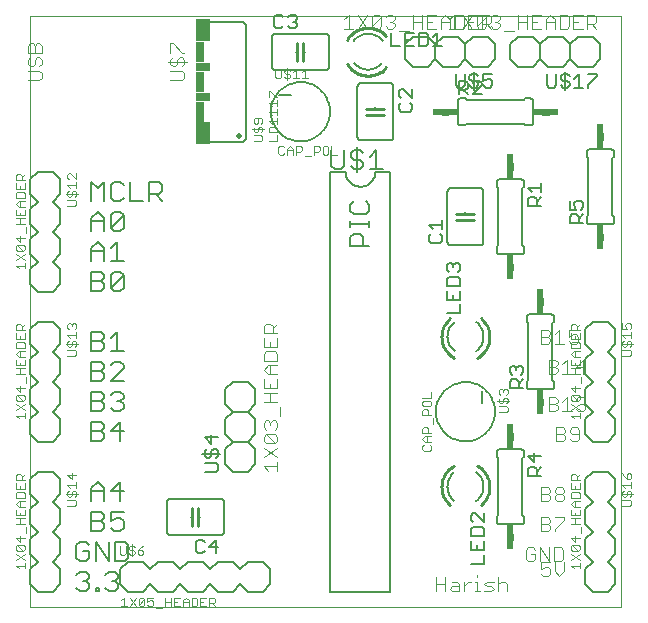
<source format=gto>
G75*
G70*
%OFA0B0*%
%FSLAX24Y24*%
%IPPOS*%
%LPD*%
%AMOC8*
5,1,8,0,0,1.08239X$1,22.5*
%
%ADD10C,0.0000*%
%ADD11C,0.0060*%
%ADD12C,0.0040*%
%ADD13C,0.0070*%
%ADD14C,0.0100*%
%ADD15C,0.0050*%
%ADD16C,0.0080*%
%ADD17C,0.0030*%
%ADD18R,0.0240X0.0340*%
%ADD19C,0.0240*%
%ADD20C,0.0200*%
%ADD21R,0.0500X0.0750*%
%ADD22R,0.0300X0.0700*%
%ADD23R,0.0500X0.0300*%
%ADD24R,0.0340X0.0240*%
D10*
X000816Y000312D02*
X000816Y019997D01*
X020501Y019997D01*
X020501Y000312D01*
X000816Y000312D01*
D11*
X002346Y000949D02*
X002453Y000842D01*
X002667Y000842D01*
X002773Y000949D01*
X002773Y001056D01*
X002667Y001163D01*
X002560Y001163D01*
X002667Y001163D02*
X002773Y001269D01*
X002773Y001376D01*
X002667Y001483D01*
X002453Y001483D01*
X002346Y001376D01*
X002453Y001842D02*
X002667Y001842D01*
X002773Y001949D01*
X002773Y002163D01*
X002560Y002163D01*
X002773Y002376D02*
X002667Y002483D01*
X002453Y002483D01*
X002346Y002376D01*
X002346Y001949D01*
X002453Y001842D01*
X002991Y001842D02*
X002991Y002483D01*
X003418Y001842D01*
X003418Y002483D01*
X003635Y002483D02*
X003956Y002483D01*
X004062Y002376D01*
X004062Y001949D01*
X003956Y001842D01*
X003635Y001842D01*
X003635Y002483D01*
X003598Y002842D02*
X003491Y002949D01*
X003598Y002842D02*
X003811Y002842D01*
X003918Y002949D01*
X003918Y003163D01*
X003811Y003269D01*
X003704Y003269D01*
X003491Y003163D01*
X003491Y003483D01*
X003918Y003483D01*
X003811Y003842D02*
X003811Y004483D01*
X003491Y004163D01*
X003918Y004163D01*
X003273Y004163D02*
X002846Y004163D01*
X002846Y004269D02*
X003060Y004483D01*
X003273Y004269D01*
X003273Y003842D01*
X003167Y003483D02*
X003273Y003376D01*
X003273Y003269D01*
X003167Y003163D01*
X002846Y003163D01*
X002846Y003483D02*
X002846Y002842D01*
X003167Y002842D01*
X003273Y002949D01*
X003273Y003056D01*
X003167Y003163D01*
X003167Y003483D02*
X002846Y003483D01*
X002846Y003842D02*
X002846Y004269D01*
X002846Y005842D02*
X003167Y005842D01*
X003273Y005949D01*
X003273Y006056D01*
X003167Y006163D01*
X002846Y006163D01*
X002846Y006483D02*
X003167Y006483D01*
X003273Y006376D01*
X003273Y006269D01*
X003167Y006163D01*
X003491Y006163D02*
X003918Y006163D01*
X003811Y006483D02*
X003491Y006163D01*
X003811Y006483D02*
X003811Y005842D01*
X002846Y005842D02*
X002846Y006483D01*
X002846Y006842D02*
X003167Y006842D01*
X003273Y006949D01*
X003273Y007056D01*
X003167Y007163D01*
X002846Y007163D01*
X002846Y007483D02*
X003167Y007483D01*
X003273Y007376D01*
X003273Y007269D01*
X003167Y007163D01*
X003491Y007376D02*
X003598Y007483D01*
X003811Y007483D01*
X003918Y007376D01*
X003918Y007269D01*
X003811Y007163D01*
X003918Y007056D01*
X003918Y006949D01*
X003811Y006842D01*
X003598Y006842D01*
X003491Y006949D01*
X003704Y007163D02*
X003811Y007163D01*
X003918Y007842D02*
X003491Y007842D01*
X003918Y008269D01*
X003918Y008376D01*
X003811Y008483D01*
X003598Y008483D01*
X003491Y008376D01*
X003273Y008376D02*
X003273Y008269D01*
X003167Y008163D01*
X002846Y008163D01*
X002846Y008483D02*
X003167Y008483D01*
X003273Y008376D01*
X003167Y008163D02*
X003273Y008056D01*
X003273Y007949D01*
X003167Y007842D01*
X002846Y007842D01*
X002846Y008483D01*
X002846Y008842D02*
X003167Y008842D01*
X003273Y008949D01*
X003273Y009056D01*
X003167Y009163D01*
X002846Y009163D01*
X002846Y009483D02*
X002846Y008842D01*
X003167Y009163D02*
X003273Y009269D01*
X003273Y009376D01*
X003167Y009483D01*
X002846Y009483D01*
X003491Y009269D02*
X003704Y009483D01*
X003704Y008842D01*
X003491Y008842D02*
X003918Y008842D01*
X002846Y007483D02*
X002846Y006842D01*
X005466Y003912D02*
X007166Y003912D01*
X007183Y003910D01*
X007200Y003906D01*
X007216Y003899D01*
X007230Y003889D01*
X007243Y003876D01*
X007253Y003862D01*
X007260Y003846D01*
X007264Y003829D01*
X007266Y003812D01*
X007266Y002812D01*
X007264Y002795D01*
X007260Y002778D01*
X007253Y002762D01*
X007243Y002748D01*
X007230Y002735D01*
X007216Y002725D01*
X007200Y002718D01*
X007183Y002714D01*
X007166Y002712D01*
X005466Y002712D01*
X005449Y002714D01*
X005432Y002718D01*
X005416Y002725D01*
X005402Y002735D01*
X005389Y002748D01*
X005379Y002762D01*
X005372Y002778D01*
X005368Y002795D01*
X005366Y002812D01*
X005366Y003812D01*
X005368Y003829D01*
X005372Y003846D01*
X005379Y003862D01*
X005389Y003876D01*
X005402Y003889D01*
X005416Y003899D01*
X005432Y003906D01*
X005449Y003910D01*
X005466Y003912D01*
X006166Y003312D02*
X006216Y003312D01*
X006416Y003312D02*
X006466Y003312D01*
X007566Y004812D02*
X007316Y005062D01*
X007316Y005562D01*
X007566Y005812D01*
X007316Y006062D01*
X007316Y006562D01*
X007566Y006812D01*
X007316Y007062D01*
X007316Y007562D01*
X007566Y007812D01*
X008066Y007812D01*
X008316Y007562D01*
X008316Y007062D01*
X008066Y006812D01*
X008316Y006562D01*
X008316Y006062D01*
X008066Y005812D01*
X008316Y005562D01*
X008316Y005062D01*
X008066Y004812D01*
X007566Y004812D01*
X007566Y005812D02*
X008066Y005812D01*
X008066Y006812D02*
X007566Y006812D01*
X003811Y010842D02*
X003598Y010842D01*
X003491Y010949D01*
X003918Y011376D01*
X003918Y010949D01*
X003811Y010842D01*
X003491Y010949D02*
X003491Y011376D01*
X003598Y011483D01*
X003811Y011483D01*
X003918Y011376D01*
X003918Y011842D02*
X003491Y011842D01*
X003704Y011842D02*
X003704Y012483D01*
X003491Y012269D01*
X003273Y012269D02*
X003273Y011842D01*
X003273Y012163D02*
X002846Y012163D01*
X002846Y012269D02*
X002846Y011842D01*
X002846Y011483D02*
X003167Y011483D01*
X003273Y011376D01*
X003273Y011269D01*
X003167Y011163D01*
X002846Y011163D01*
X002846Y011483D02*
X002846Y010842D01*
X003167Y010842D01*
X003273Y010949D01*
X003273Y011056D01*
X003167Y011163D01*
X003273Y012269D02*
X003060Y012483D01*
X002846Y012269D01*
X002846Y012842D02*
X002846Y013269D01*
X003060Y013483D01*
X003273Y013269D01*
X003273Y012842D01*
X003491Y012949D02*
X003918Y013376D01*
X003918Y012949D01*
X003811Y012842D01*
X003598Y012842D01*
X003491Y012949D01*
X003491Y013376D01*
X003598Y013483D01*
X003811Y013483D01*
X003918Y013376D01*
X003811Y013842D02*
X003598Y013842D01*
X003491Y013949D01*
X003491Y014376D01*
X003598Y014483D01*
X003811Y014483D01*
X003918Y014376D01*
X004135Y014483D02*
X004135Y013842D01*
X004562Y013842D01*
X004780Y013842D02*
X004780Y014483D01*
X005100Y014483D01*
X005207Y014376D01*
X005207Y014163D01*
X005100Y014056D01*
X004780Y014056D01*
X004993Y014056D02*
X005207Y013842D01*
X003918Y013949D02*
X003811Y013842D01*
X003273Y013842D02*
X003273Y014483D01*
X003060Y014269D01*
X002846Y014483D01*
X002846Y013842D01*
X002846Y013163D02*
X003273Y013163D01*
X006766Y015812D02*
X007916Y015812D01*
X008016Y015912D01*
X008016Y019712D01*
X007916Y019812D01*
X006766Y019812D01*
X008866Y019312D02*
X008866Y018312D01*
X008868Y018295D01*
X008872Y018278D01*
X008879Y018262D01*
X008889Y018248D01*
X008902Y018235D01*
X008916Y018225D01*
X008932Y018218D01*
X008949Y018214D01*
X008966Y018212D01*
X010666Y018212D01*
X010683Y018214D01*
X010700Y018218D01*
X010716Y018225D01*
X010730Y018235D01*
X010743Y018248D01*
X010753Y018262D01*
X010760Y018278D01*
X010764Y018295D01*
X010766Y018312D01*
X010766Y019312D01*
X010764Y019329D01*
X010760Y019346D01*
X010753Y019362D01*
X010743Y019376D01*
X010730Y019389D01*
X010716Y019399D01*
X010700Y019406D01*
X010683Y019410D01*
X010666Y019412D01*
X008966Y019412D01*
X008949Y019410D01*
X008932Y019406D01*
X008916Y019399D01*
X008902Y019389D01*
X008889Y019376D01*
X008879Y019362D01*
X008872Y019346D01*
X008868Y019329D01*
X008866Y019312D01*
X009666Y018812D02*
X009716Y018812D01*
X009916Y018812D02*
X009966Y018812D01*
X011716Y017662D02*
X011716Y015962D01*
X011718Y015945D01*
X011722Y015928D01*
X011729Y015912D01*
X011739Y015898D01*
X011752Y015885D01*
X011766Y015875D01*
X011782Y015868D01*
X011799Y015864D01*
X011816Y015862D01*
X012816Y015862D01*
X012833Y015864D01*
X012850Y015868D01*
X012866Y015875D01*
X012880Y015885D01*
X012893Y015898D01*
X012903Y015912D01*
X012910Y015928D01*
X012914Y015945D01*
X012916Y015962D01*
X012916Y017662D01*
X012914Y017679D01*
X012910Y017696D01*
X012903Y017712D01*
X012893Y017726D01*
X012880Y017739D01*
X012866Y017749D01*
X012850Y017756D01*
X012833Y017760D01*
X012816Y017762D01*
X011816Y017762D01*
X011799Y017760D01*
X011782Y017756D01*
X011766Y017749D01*
X011752Y017739D01*
X011739Y017726D01*
X011729Y017712D01*
X011722Y017696D01*
X011718Y017679D01*
X011716Y017662D01*
X012316Y016962D02*
X012316Y016912D01*
X012316Y016712D02*
X012316Y016662D01*
X013566Y018312D02*
X013316Y018562D01*
X013316Y019062D01*
X013566Y019312D01*
X014066Y019312D01*
X014316Y019062D01*
X014566Y019312D01*
X015066Y019312D01*
X015316Y019062D01*
X015566Y019312D01*
X016066Y019312D01*
X016316Y019062D01*
X016316Y018562D01*
X016066Y018312D01*
X015566Y018312D01*
X015316Y018562D01*
X015066Y018312D01*
X014566Y018312D01*
X014316Y018562D01*
X014066Y018312D01*
X013566Y018312D01*
X014316Y018562D02*
X014316Y019062D01*
X015316Y019062D02*
X015316Y018562D01*
X015316Y017262D02*
X015166Y017262D01*
X015149Y017260D01*
X015132Y017256D01*
X015116Y017249D01*
X015102Y017239D01*
X015089Y017226D01*
X015079Y017212D01*
X015072Y017196D01*
X015068Y017179D01*
X015066Y017162D01*
X015066Y016462D01*
X015068Y016445D01*
X015072Y016428D01*
X015079Y016412D01*
X015089Y016398D01*
X015102Y016385D01*
X015116Y016375D01*
X015132Y016368D01*
X015149Y016364D01*
X015166Y016362D01*
X015316Y016362D01*
X015366Y016412D01*
X017266Y016412D01*
X017316Y016362D01*
X017466Y016362D01*
X017483Y016364D01*
X017500Y016368D01*
X017516Y016375D01*
X017530Y016385D01*
X017543Y016398D01*
X017553Y016412D01*
X017560Y016428D01*
X017564Y016445D01*
X017566Y016462D01*
X017566Y017162D01*
X017564Y017179D01*
X017560Y017196D01*
X017553Y017212D01*
X017543Y017226D01*
X017530Y017239D01*
X017516Y017249D01*
X017500Y017256D01*
X017483Y017260D01*
X017466Y017262D01*
X017316Y017262D01*
X017266Y017212D01*
X015366Y017212D01*
X015316Y017262D01*
X016816Y018562D02*
X016816Y019062D01*
X017066Y019312D01*
X017566Y019312D01*
X017816Y019062D01*
X018066Y019312D01*
X018566Y019312D01*
X018816Y019062D01*
X019066Y019312D01*
X019566Y019312D01*
X019816Y019062D01*
X019816Y018562D01*
X019566Y018312D01*
X019066Y018312D01*
X018816Y018562D01*
X018566Y018312D01*
X018066Y018312D01*
X017816Y018562D01*
X017566Y018312D01*
X017066Y018312D01*
X016816Y018562D01*
X017816Y018562D02*
X017816Y019062D01*
X018816Y019062D02*
X018816Y018562D01*
X019466Y015562D02*
X020166Y015562D01*
X020183Y015560D01*
X020200Y015556D01*
X020216Y015549D01*
X020230Y015539D01*
X020243Y015526D01*
X020253Y015512D01*
X020260Y015496D01*
X020264Y015479D01*
X020266Y015462D01*
X020266Y015312D01*
X020216Y015262D01*
X020216Y013362D01*
X020266Y013312D01*
X020266Y013162D01*
X020264Y013145D01*
X020260Y013128D01*
X020253Y013112D01*
X020243Y013098D01*
X020230Y013085D01*
X020216Y013075D01*
X020200Y013068D01*
X020183Y013064D01*
X020166Y013062D01*
X019466Y013062D01*
X019449Y013064D01*
X019432Y013068D01*
X019416Y013075D01*
X019402Y013085D01*
X019389Y013098D01*
X019379Y013112D01*
X019372Y013128D01*
X019368Y013145D01*
X019366Y013162D01*
X019366Y013312D01*
X019416Y013362D01*
X019416Y015262D01*
X019366Y015312D01*
X019366Y015462D01*
X019368Y015479D01*
X019372Y015496D01*
X019379Y015512D01*
X019389Y015526D01*
X019402Y015539D01*
X019416Y015549D01*
X019432Y015556D01*
X019449Y015560D01*
X019466Y015562D01*
X017266Y014462D02*
X017266Y014312D01*
X017216Y014262D01*
X017216Y012362D01*
X017266Y012312D01*
X017266Y012162D01*
X017264Y012145D01*
X017260Y012128D01*
X017253Y012112D01*
X017243Y012098D01*
X017230Y012085D01*
X017216Y012075D01*
X017200Y012068D01*
X017183Y012064D01*
X017166Y012062D01*
X016466Y012062D01*
X016449Y012064D01*
X016432Y012068D01*
X016416Y012075D01*
X016402Y012085D01*
X016389Y012098D01*
X016379Y012112D01*
X016372Y012128D01*
X016368Y012145D01*
X016366Y012162D01*
X016366Y012312D01*
X016416Y012362D01*
X016416Y014262D01*
X016366Y014312D01*
X016366Y014462D01*
X016368Y014479D01*
X016372Y014496D01*
X016379Y014512D01*
X016389Y014526D01*
X016402Y014539D01*
X016416Y014549D01*
X016432Y014556D01*
X016449Y014560D01*
X016466Y014562D01*
X017166Y014562D01*
X017183Y014560D01*
X017200Y014556D01*
X017216Y014549D01*
X017230Y014539D01*
X017243Y014526D01*
X017253Y014512D01*
X017260Y014496D01*
X017264Y014479D01*
X017266Y014462D01*
X015916Y014162D02*
X015916Y012462D01*
X015914Y012445D01*
X015910Y012428D01*
X015903Y012412D01*
X015893Y012398D01*
X015880Y012385D01*
X015866Y012375D01*
X015850Y012368D01*
X015833Y012364D01*
X015816Y012362D01*
X014816Y012362D01*
X014799Y012364D01*
X014782Y012368D01*
X014766Y012375D01*
X014752Y012385D01*
X014739Y012398D01*
X014729Y012412D01*
X014722Y012428D01*
X014718Y012445D01*
X014716Y012462D01*
X014716Y014162D01*
X014718Y014179D01*
X014722Y014196D01*
X014729Y014212D01*
X014739Y014226D01*
X014752Y014239D01*
X014766Y014249D01*
X014782Y014256D01*
X014799Y014260D01*
X014816Y014262D01*
X015816Y014262D01*
X015833Y014260D01*
X015850Y014256D01*
X015866Y014249D01*
X015880Y014239D01*
X015893Y014226D01*
X015903Y014212D01*
X015910Y014196D01*
X015914Y014179D01*
X015916Y014162D01*
X015316Y013462D02*
X015316Y013412D01*
X015316Y013212D02*
X015316Y013162D01*
X012816Y014812D02*
X012816Y000812D01*
X010816Y000812D01*
X010816Y014762D01*
X010816Y014812D02*
X011316Y014812D01*
X011318Y014768D01*
X011324Y014725D01*
X011333Y014683D01*
X011346Y014641D01*
X011363Y014601D01*
X011383Y014562D01*
X011406Y014525D01*
X011433Y014491D01*
X011462Y014458D01*
X011495Y014429D01*
X011529Y014402D01*
X011566Y014379D01*
X011605Y014359D01*
X011645Y014342D01*
X011687Y014329D01*
X011729Y014320D01*
X011772Y014314D01*
X011816Y014312D01*
X011860Y014314D01*
X011903Y014320D01*
X011945Y014329D01*
X011987Y014342D01*
X012027Y014359D01*
X012066Y014379D01*
X012103Y014402D01*
X012137Y014429D01*
X012170Y014458D01*
X012199Y014491D01*
X012226Y014525D01*
X012249Y014562D01*
X012269Y014601D01*
X012286Y014641D01*
X012299Y014683D01*
X012308Y014725D01*
X012314Y014768D01*
X012316Y014812D01*
X012816Y014812D01*
X012066Y018212D02*
X012021Y018214D01*
X011975Y018219D01*
X011931Y018227D01*
X011887Y018239D01*
X011844Y018255D01*
X011802Y018273D01*
X011762Y018295D01*
X011724Y018319D01*
X011688Y018346D01*
X011653Y018376D01*
X011622Y018409D01*
X011592Y018444D01*
X012066Y018212D02*
X012111Y018214D01*
X012157Y018219D01*
X012201Y018227D01*
X012245Y018239D01*
X012288Y018255D01*
X012330Y018273D01*
X012370Y018295D01*
X012408Y018319D01*
X012444Y018346D01*
X012479Y018376D01*
X012510Y018409D01*
X012540Y018444D01*
X012066Y019412D02*
X012020Y019410D01*
X011974Y019405D01*
X011928Y019396D01*
X011883Y019384D01*
X011840Y019368D01*
X011798Y019349D01*
X011757Y019326D01*
X011718Y019301D01*
X011682Y019273D01*
X011647Y019242D01*
X011615Y019208D01*
X011586Y019172D01*
X012066Y019412D02*
X012113Y019410D01*
X012161Y019404D01*
X012207Y019395D01*
X012253Y019382D01*
X012297Y019366D01*
X012341Y019346D01*
X012382Y019322D01*
X012421Y019296D01*
X012458Y019266D01*
X012493Y019233D01*
X012525Y019198D01*
X012554Y019161D01*
X017466Y010062D02*
X018166Y010062D01*
X018183Y010060D01*
X018200Y010056D01*
X018216Y010049D01*
X018230Y010039D01*
X018243Y010026D01*
X018253Y010012D01*
X018260Y009996D01*
X018264Y009979D01*
X018266Y009962D01*
X018266Y009812D01*
X018216Y009762D01*
X018216Y007862D01*
X018266Y007812D01*
X018266Y007662D01*
X018264Y007645D01*
X018260Y007628D01*
X018253Y007612D01*
X018243Y007598D01*
X018230Y007585D01*
X018216Y007575D01*
X018200Y007568D01*
X018183Y007564D01*
X018166Y007562D01*
X017466Y007562D01*
X017449Y007564D01*
X017432Y007568D01*
X017416Y007575D01*
X017402Y007585D01*
X017389Y007598D01*
X017379Y007612D01*
X017372Y007628D01*
X017368Y007645D01*
X017366Y007662D01*
X017366Y007812D01*
X017416Y007862D01*
X017416Y009762D01*
X017366Y009812D01*
X017366Y009962D01*
X017368Y009979D01*
X017372Y009996D01*
X017379Y010012D01*
X017389Y010026D01*
X017402Y010039D01*
X017416Y010049D01*
X017432Y010056D01*
X017449Y010060D01*
X017466Y010062D01*
X015916Y009312D02*
X015914Y009267D01*
X015909Y009221D01*
X015901Y009177D01*
X015889Y009133D01*
X015873Y009090D01*
X015855Y009048D01*
X015833Y009008D01*
X015809Y008970D01*
X015782Y008934D01*
X015752Y008899D01*
X015719Y008868D01*
X015684Y008838D01*
X015916Y009312D02*
X015914Y009357D01*
X015909Y009403D01*
X015901Y009447D01*
X015889Y009491D01*
X015873Y009534D01*
X015855Y009576D01*
X015833Y009616D01*
X015809Y009654D01*
X015782Y009690D01*
X015752Y009725D01*
X015719Y009756D01*
X015684Y009786D01*
X014716Y009312D02*
X014718Y009266D01*
X014723Y009220D01*
X014732Y009174D01*
X014744Y009129D01*
X014760Y009086D01*
X014779Y009044D01*
X014802Y009003D01*
X014827Y008964D01*
X014855Y008928D01*
X014886Y008893D01*
X014920Y008861D01*
X014956Y008832D01*
X014716Y009312D02*
X014718Y009359D01*
X014724Y009407D01*
X014733Y009453D01*
X014746Y009499D01*
X014762Y009543D01*
X014782Y009587D01*
X014806Y009628D01*
X014832Y009667D01*
X014862Y009704D01*
X014895Y009739D01*
X014930Y009771D01*
X014967Y009800D01*
X016466Y005562D02*
X017166Y005562D01*
X017183Y005560D01*
X017200Y005556D01*
X017216Y005549D01*
X017230Y005539D01*
X017243Y005526D01*
X017253Y005512D01*
X017260Y005496D01*
X017264Y005479D01*
X017266Y005462D01*
X017266Y005312D01*
X017216Y005262D01*
X017216Y003362D01*
X017266Y003312D01*
X017266Y003162D01*
X017264Y003145D01*
X017260Y003128D01*
X017253Y003112D01*
X017243Y003098D01*
X017230Y003085D01*
X017216Y003075D01*
X017200Y003068D01*
X017183Y003064D01*
X017166Y003062D01*
X016466Y003062D01*
X016449Y003064D01*
X016432Y003068D01*
X016416Y003075D01*
X016402Y003085D01*
X016389Y003098D01*
X016379Y003112D01*
X016372Y003128D01*
X016368Y003145D01*
X016366Y003162D01*
X016366Y003312D01*
X016416Y003362D01*
X016416Y005262D01*
X016366Y005312D01*
X016366Y005462D01*
X016368Y005479D01*
X016372Y005496D01*
X016379Y005512D01*
X016389Y005526D01*
X016402Y005539D01*
X016416Y005549D01*
X016432Y005556D01*
X016449Y005560D01*
X016466Y005562D01*
X014948Y004786D02*
X014913Y004756D01*
X014880Y004725D01*
X014850Y004690D01*
X014823Y004654D01*
X014799Y004616D01*
X014777Y004576D01*
X014759Y004534D01*
X014743Y004491D01*
X014731Y004447D01*
X014723Y004403D01*
X014718Y004357D01*
X014716Y004312D01*
X014718Y004267D01*
X014723Y004221D01*
X014731Y004177D01*
X014743Y004133D01*
X014759Y004090D01*
X014777Y004048D01*
X014799Y004008D01*
X014823Y003970D01*
X014850Y003934D01*
X014880Y003899D01*
X014913Y003868D01*
X014948Y003838D01*
X015916Y004312D02*
X015914Y004358D01*
X015909Y004404D01*
X015900Y004450D01*
X015888Y004495D01*
X015872Y004538D01*
X015853Y004580D01*
X015830Y004621D01*
X015805Y004660D01*
X015777Y004696D01*
X015746Y004731D01*
X015712Y004763D01*
X015676Y004792D01*
X015916Y004312D02*
X015914Y004265D01*
X015908Y004217D01*
X015899Y004171D01*
X015886Y004125D01*
X015870Y004081D01*
X015850Y004037D01*
X015826Y003996D01*
X015800Y003957D01*
X015770Y003920D01*
X015737Y003885D01*
X015702Y003853D01*
X015665Y003824D01*
X003740Y001376D02*
X003740Y001269D01*
X003633Y001163D01*
X003740Y001056D01*
X003740Y000949D01*
X003633Y000842D01*
X003420Y000842D01*
X003313Y000949D01*
X003098Y000949D02*
X003098Y000842D01*
X002991Y000842D01*
X002991Y000949D01*
X003098Y000949D01*
X003313Y001376D02*
X003420Y001483D01*
X003633Y001483D01*
X003740Y001376D01*
X003633Y001163D02*
X003527Y001163D01*
D12*
X008586Y004986D02*
X009046Y004986D01*
X009046Y005139D02*
X009046Y004832D01*
X008739Y004832D02*
X008586Y004986D01*
X008586Y005293D02*
X009046Y005600D01*
X008970Y005753D02*
X008663Y005753D01*
X008586Y005830D01*
X008586Y005983D01*
X008663Y006060D01*
X008970Y005753D01*
X009046Y005830D01*
X009046Y005983D01*
X008970Y006060D01*
X008663Y006060D01*
X008663Y006214D02*
X008586Y006290D01*
X008586Y006444D01*
X008663Y006520D01*
X008739Y006520D01*
X008816Y006444D01*
X008893Y006520D01*
X008970Y006520D01*
X009046Y006444D01*
X009046Y006290D01*
X008970Y006214D01*
X008816Y006367D02*
X008816Y006444D01*
X009123Y006674D02*
X009123Y006981D01*
X009046Y007134D02*
X008586Y007134D01*
X008816Y007134D02*
X008816Y007441D01*
X008816Y007595D02*
X008816Y007748D01*
X008586Y007595D02*
X009046Y007595D01*
X009046Y007901D01*
X009046Y008055D02*
X008739Y008055D01*
X008586Y008208D01*
X008739Y008362D01*
X009046Y008362D01*
X009046Y008515D02*
X009046Y008745D01*
X008970Y008822D01*
X008663Y008822D01*
X008586Y008745D01*
X008586Y008515D01*
X009046Y008515D01*
X008816Y008362D02*
X008816Y008055D01*
X008586Y007901D02*
X008586Y007595D01*
X008586Y007441D02*
X009046Y007441D01*
X009046Y008976D02*
X008586Y008976D01*
X008586Y009283D01*
X008586Y009436D02*
X008586Y009666D01*
X008663Y009743D01*
X008816Y009743D01*
X008893Y009666D01*
X008893Y009436D01*
X009046Y009436D02*
X008586Y009436D01*
X008893Y009589D02*
X009046Y009743D01*
X009046Y009283D02*
X009046Y008976D01*
X008816Y008976D02*
X008816Y009129D01*
X008586Y005600D02*
X009046Y005293D01*
X014336Y001293D02*
X014336Y000832D01*
X014336Y001063D02*
X014643Y001063D01*
X014797Y000909D02*
X014873Y000986D01*
X015104Y000986D01*
X015104Y001063D02*
X015104Y000832D01*
X014873Y000832D01*
X014797Y000909D01*
X014643Y000832D02*
X014643Y001293D01*
X014873Y001139D02*
X015027Y001139D01*
X015104Y001063D01*
X015257Y001139D02*
X015257Y000832D01*
X015257Y000986D02*
X015411Y001139D01*
X015487Y001139D01*
X015641Y001139D02*
X015717Y001139D01*
X015717Y000832D01*
X015641Y000832D02*
X015794Y000832D01*
X015948Y000832D02*
X016178Y000832D01*
X016254Y000909D01*
X016178Y000986D01*
X016024Y000986D01*
X015948Y001063D01*
X016024Y001139D01*
X016254Y001139D01*
X016408Y001063D02*
X016485Y001139D01*
X016638Y001139D01*
X016715Y001063D01*
X016715Y000832D01*
X016408Y000832D02*
X016408Y001293D01*
X015717Y001293D02*
X015717Y001370D01*
X017336Y001909D02*
X017413Y001832D01*
X017567Y001832D01*
X017643Y001909D01*
X017643Y002063D01*
X017490Y002063D01*
X017643Y002216D02*
X017567Y002293D01*
X017413Y002293D01*
X017336Y002216D01*
X017336Y001909D01*
X017797Y001832D02*
X017797Y002293D01*
X018104Y001832D01*
X018104Y002293D01*
X018257Y002293D02*
X018487Y002293D01*
X018564Y002216D01*
X018564Y001909D01*
X018487Y001832D01*
X018257Y001832D01*
X018257Y002293D01*
X018297Y002832D02*
X018297Y002909D01*
X018604Y003216D01*
X018604Y003293D01*
X018297Y003293D01*
X018143Y003216D02*
X018143Y003139D01*
X018067Y003063D01*
X017836Y003063D01*
X017836Y003293D02*
X018067Y003293D01*
X018143Y003216D01*
X018067Y003063D02*
X018143Y002986D01*
X018143Y002909D01*
X018067Y002832D01*
X017836Y002832D01*
X017836Y003293D01*
X017836Y003832D02*
X018067Y003832D01*
X018143Y003909D01*
X018143Y003986D01*
X018067Y004063D01*
X017836Y004063D01*
X017836Y004293D02*
X017836Y003832D01*
X018067Y004063D02*
X018143Y004139D01*
X018143Y004216D01*
X018067Y004293D01*
X017836Y004293D01*
X018297Y004216D02*
X018297Y004139D01*
X018373Y004063D01*
X018527Y004063D01*
X018604Y003986D01*
X018604Y003909D01*
X018527Y003832D01*
X018373Y003832D01*
X018297Y003909D01*
X018297Y003986D01*
X018373Y004063D01*
X018527Y004063D02*
X018604Y004139D01*
X018604Y004216D01*
X018527Y004293D01*
X018373Y004293D01*
X018297Y004216D01*
X018336Y005832D02*
X018567Y005832D01*
X018643Y005909D01*
X018643Y005986D01*
X018567Y006063D01*
X018336Y006063D01*
X018336Y006293D02*
X018336Y005832D01*
X018567Y006063D02*
X018643Y006139D01*
X018643Y006216D01*
X018567Y006293D01*
X018336Y006293D01*
X018797Y006216D02*
X018797Y006139D01*
X018873Y006063D01*
X019104Y006063D01*
X019104Y006216D02*
X019104Y005909D01*
X019027Y005832D01*
X018873Y005832D01*
X018797Y005909D01*
X018797Y006216D02*
X018873Y006293D01*
X019027Y006293D01*
X019104Y006216D01*
X019084Y006832D02*
X019007Y006909D01*
X019084Y006832D02*
X019237Y006832D01*
X019314Y006909D01*
X019314Y006986D01*
X019237Y007063D01*
X019161Y007063D01*
X019237Y007063D02*
X019314Y007139D01*
X019314Y007216D01*
X019237Y007293D01*
X019084Y007293D01*
X019007Y007216D01*
X018700Y007293D02*
X018700Y006832D01*
X018547Y006832D02*
X018854Y006832D01*
X018547Y007139D02*
X018700Y007293D01*
X018393Y007216D02*
X018393Y007139D01*
X018317Y007063D01*
X018086Y007063D01*
X018086Y007293D02*
X018086Y006832D01*
X018317Y006832D01*
X018393Y006909D01*
X018393Y006986D01*
X018317Y007063D01*
X018393Y007216D02*
X018317Y007293D01*
X018086Y007293D01*
X018086Y008082D02*
X018317Y008082D01*
X018393Y008159D01*
X018393Y008236D01*
X018317Y008313D01*
X018086Y008313D01*
X018086Y008543D02*
X018086Y008082D01*
X018317Y008313D02*
X018393Y008389D01*
X018393Y008466D01*
X018317Y008543D01*
X018086Y008543D01*
X018547Y008389D02*
X018700Y008543D01*
X018700Y008082D01*
X018547Y008082D02*
X018854Y008082D01*
X019007Y008313D02*
X019314Y008313D01*
X019237Y008543D02*
X019237Y008082D01*
X019007Y008313D02*
X019237Y008543D01*
X018987Y009082D02*
X018834Y009082D01*
X018757Y009159D01*
X018757Y009313D02*
X018911Y009389D01*
X018987Y009389D01*
X019064Y009313D01*
X019064Y009159D01*
X018987Y009082D01*
X018757Y009313D02*
X018757Y009543D01*
X019064Y009543D01*
X018604Y009082D02*
X018297Y009082D01*
X018450Y009082D02*
X018450Y009543D01*
X018297Y009389D01*
X018143Y009389D02*
X018067Y009313D01*
X017836Y009313D01*
X017836Y009543D02*
X017836Y009082D01*
X018067Y009082D01*
X018143Y009159D01*
X018143Y009236D01*
X018067Y009313D01*
X018143Y009389D02*
X018143Y009466D01*
X018067Y009543D01*
X017836Y009543D01*
X017836Y001793D02*
X017836Y001563D01*
X017990Y001639D01*
X018067Y001639D01*
X018143Y001563D01*
X018143Y001409D01*
X018067Y001332D01*
X017913Y001332D01*
X017836Y001409D01*
X017836Y001793D02*
X018143Y001793D01*
X018297Y001793D02*
X018297Y001486D01*
X018450Y001332D01*
X018604Y001486D01*
X018604Y001793D01*
X005865Y017861D02*
X005482Y017861D01*
X005865Y017861D02*
X005942Y017937D01*
X005942Y018091D01*
X005865Y018168D01*
X005482Y018168D01*
X005558Y018321D02*
X005482Y018398D01*
X005482Y018551D01*
X005558Y018628D01*
X005482Y018781D02*
X005482Y019088D01*
X005558Y019088D01*
X005865Y018781D01*
X005942Y018781D01*
X005865Y018628D02*
X005789Y018628D01*
X005712Y018551D01*
X005712Y018398D01*
X005635Y018321D01*
X005558Y018321D01*
X005405Y018475D02*
X006019Y018475D01*
X005942Y018398D02*
X005942Y018551D01*
X005865Y018628D01*
X005942Y018398D02*
X005865Y018321D01*
X001192Y018398D02*
X001115Y018321D01*
X001192Y018398D02*
X001192Y018551D01*
X001115Y018628D01*
X001039Y018628D01*
X000962Y018551D01*
X000962Y018398D01*
X000885Y018321D01*
X000808Y018321D01*
X000732Y018398D01*
X000732Y018551D01*
X000808Y018628D01*
X000732Y018781D02*
X000732Y019012D01*
X000808Y019088D01*
X000885Y019088D01*
X000962Y019012D01*
X000962Y018781D01*
X001192Y018781D02*
X001192Y019012D01*
X001115Y019088D01*
X001039Y019088D01*
X000962Y019012D01*
X001192Y018781D02*
X000732Y018781D01*
X000732Y018168D02*
X001115Y018168D01*
X001192Y018091D01*
X001192Y017937D01*
X001115Y017861D01*
X000732Y017861D01*
X011272Y019582D02*
X011579Y019582D01*
X011732Y019582D02*
X012039Y020043D01*
X012193Y019966D02*
X012269Y020043D01*
X012423Y020043D01*
X012500Y019966D01*
X012193Y019659D01*
X012269Y019582D01*
X012423Y019582D01*
X012500Y019659D01*
X012500Y019966D01*
X012653Y019966D02*
X012730Y020043D01*
X012883Y020043D01*
X012960Y019966D01*
X012960Y019889D01*
X012883Y019813D01*
X012960Y019736D01*
X012960Y019659D01*
X012883Y019582D01*
X012730Y019582D01*
X012653Y019659D01*
X012807Y019813D02*
X012883Y019813D01*
X013114Y019506D02*
X013420Y019506D01*
X013574Y019582D02*
X013574Y020043D01*
X013574Y019813D02*
X013881Y019813D01*
X014034Y019813D02*
X014188Y019813D01*
X014341Y020043D02*
X014034Y020043D01*
X014034Y019582D01*
X014341Y019582D01*
X014495Y019582D02*
X014495Y019889D01*
X014648Y020043D01*
X014801Y019889D01*
X014801Y019582D01*
X014772Y019582D02*
X015079Y019582D01*
X015185Y019582D02*
X014955Y019582D01*
X014955Y020043D01*
X015185Y020043D01*
X015262Y019966D01*
X015262Y019659D01*
X015185Y019582D01*
X015232Y019582D02*
X015539Y020043D01*
X015415Y020043D02*
X015415Y019582D01*
X015722Y019582D01*
X015769Y019582D02*
X015693Y019659D01*
X016000Y019966D01*
X016000Y019659D01*
X015923Y019582D01*
X015769Y019582D01*
X015876Y019582D02*
X015876Y020043D01*
X016106Y020043D01*
X016183Y019966D01*
X016183Y019813D01*
X016106Y019736D01*
X015876Y019736D01*
X016029Y019736D02*
X016183Y019582D01*
X016230Y019582D02*
X016153Y019659D01*
X016230Y019582D02*
X016383Y019582D01*
X016460Y019659D01*
X016460Y019736D01*
X016383Y019813D01*
X016307Y019813D01*
X016383Y019813D02*
X016460Y019889D01*
X016460Y019966D01*
X016383Y020043D01*
X016230Y020043D01*
X016153Y019966D01*
X016000Y019966D02*
X015923Y020043D01*
X015769Y020043D01*
X015693Y019966D01*
X015693Y019659D01*
X015539Y019582D02*
X015232Y020043D01*
X015415Y020043D02*
X015722Y020043D01*
X015569Y019813D02*
X015415Y019813D01*
X014926Y020043D02*
X014926Y019582D01*
X014801Y019813D02*
X014495Y019813D01*
X014772Y019889D02*
X014926Y020043D01*
X013881Y020043D02*
X013881Y019582D01*
X012193Y019659D02*
X012193Y019966D01*
X012039Y019582D02*
X011732Y020043D01*
X011426Y020043D02*
X011426Y019582D01*
X011272Y019889D02*
X011426Y020043D01*
X016614Y019506D02*
X016920Y019506D01*
X017074Y019582D02*
X017074Y020043D01*
X017074Y019813D02*
X017381Y019813D01*
X017534Y019813D02*
X017688Y019813D01*
X017841Y020043D02*
X017534Y020043D01*
X017534Y019582D01*
X017841Y019582D01*
X017995Y019582D02*
X017995Y019889D01*
X018148Y020043D01*
X018301Y019889D01*
X018301Y019582D01*
X018455Y019582D02*
X018685Y019582D01*
X018762Y019659D01*
X018762Y019966D01*
X018685Y020043D01*
X018455Y020043D01*
X018455Y019582D01*
X018301Y019813D02*
X017995Y019813D01*
X017381Y020043D02*
X017381Y019582D01*
X018915Y019582D02*
X019222Y019582D01*
X019376Y019582D02*
X019376Y020043D01*
X019606Y020043D01*
X019683Y019966D01*
X019683Y019813D01*
X019606Y019736D01*
X019376Y019736D01*
X019529Y019736D02*
X019683Y019582D01*
X019222Y020043D02*
X018915Y020043D01*
X018915Y019582D01*
X018915Y019813D02*
X019069Y019813D01*
D13*
X012561Y014897D02*
X012140Y014897D01*
X012351Y014897D02*
X012351Y015528D01*
X012140Y015318D01*
X011916Y015423D02*
X011811Y015528D01*
X011601Y015528D01*
X011496Y015423D01*
X011496Y015318D01*
X011601Y015213D01*
X011811Y015213D01*
X011916Y015108D01*
X011916Y015003D01*
X011811Y014897D01*
X011601Y014897D01*
X011496Y015003D01*
X011272Y015003D02*
X011272Y015528D01*
X010851Y015528D02*
X010851Y015003D01*
X010956Y014897D01*
X011167Y014897D01*
X011272Y015003D01*
X011706Y014792D02*
X011706Y015633D01*
X011586Y013823D02*
X011481Y013718D01*
X011481Y013508D01*
X011586Y013403D01*
X012006Y013403D01*
X012111Y013508D01*
X012111Y013718D01*
X012006Y013823D01*
X012111Y013183D02*
X012111Y012973D01*
X012111Y013078D02*
X011481Y013078D01*
X011481Y012973D02*
X011481Y013183D01*
X011586Y012749D02*
X011796Y012749D01*
X011901Y012644D01*
X011901Y012329D01*
X012111Y012329D02*
X011481Y012329D01*
X011481Y012644D01*
X011586Y012749D01*
D14*
X015016Y013212D02*
X015316Y013212D01*
X015616Y013212D01*
X015616Y013412D02*
X015316Y013412D01*
X015016Y013412D01*
X012616Y016712D02*
X012316Y016712D01*
X012016Y016712D01*
X012016Y016912D02*
X012316Y016912D01*
X012616Y016912D01*
X011360Y019188D02*
X011387Y019235D01*
X011417Y019280D01*
X011450Y019323D01*
X011486Y019363D01*
X011525Y019401D01*
X011566Y019436D01*
X011609Y019469D01*
X011654Y019498D01*
X011702Y019524D01*
X011751Y019547D01*
X011801Y019567D01*
X011852Y019583D01*
X011905Y019596D01*
X011958Y019605D01*
X012012Y019610D01*
X012066Y019612D01*
X011371Y018415D02*
X011401Y018367D01*
X011434Y018322D01*
X011470Y018279D01*
X011508Y018238D01*
X011550Y018201D01*
X011594Y018166D01*
X011640Y018135D01*
X011689Y018106D01*
X011739Y018082D01*
X011791Y018061D01*
X011845Y018043D01*
X011899Y018030D01*
X011954Y018020D01*
X012010Y018014D01*
X012066Y018012D01*
X012119Y018014D01*
X012173Y018019D01*
X012225Y018028D01*
X012277Y018040D01*
X012328Y018056D01*
X012378Y018075D01*
X012427Y018098D01*
X012474Y018124D01*
X012519Y018152D01*
X012562Y018184D01*
X012602Y018218D01*
X012641Y018256D01*
X012677Y018295D01*
X012681Y019324D02*
X012645Y019364D01*
X012606Y019402D01*
X012565Y019437D01*
X012522Y019469D01*
X012477Y019499D01*
X012430Y019525D01*
X012381Y019547D01*
X012330Y019567D01*
X012279Y019583D01*
X012227Y019596D01*
X012173Y019605D01*
X012120Y019610D01*
X012066Y019612D01*
X009916Y019112D02*
X009916Y018812D01*
X009916Y018512D01*
X009716Y018512D02*
X009716Y018812D01*
X009716Y019112D01*
X014516Y009312D02*
X014518Y009258D01*
X014523Y009204D01*
X014532Y009151D01*
X014545Y009098D01*
X014561Y009047D01*
X014581Y008997D01*
X014604Y008948D01*
X014630Y008900D01*
X014659Y008855D01*
X014692Y008812D01*
X014727Y008771D01*
X014765Y008732D01*
X014805Y008696D01*
X014848Y008663D01*
X014893Y008633D01*
X014940Y008606D01*
X015713Y008617D02*
X015761Y008647D01*
X015806Y008680D01*
X015849Y008716D01*
X015890Y008754D01*
X015927Y008796D01*
X015962Y008840D01*
X015993Y008886D01*
X016022Y008935D01*
X016046Y008985D01*
X016067Y009037D01*
X016085Y009091D01*
X016098Y009145D01*
X016108Y009200D01*
X016114Y009256D01*
X016116Y009312D01*
X016114Y009365D01*
X016109Y009419D01*
X016100Y009471D01*
X016088Y009523D01*
X016072Y009574D01*
X016053Y009624D01*
X016030Y009673D01*
X016004Y009720D01*
X015976Y009765D01*
X015944Y009808D01*
X015910Y009848D01*
X015872Y009887D01*
X015833Y009923D01*
X014804Y009927D02*
X014764Y009891D01*
X014726Y009852D01*
X014691Y009811D01*
X014659Y009768D01*
X014629Y009723D01*
X014603Y009676D01*
X014581Y009627D01*
X014561Y009576D01*
X014545Y009525D01*
X014532Y009473D01*
X014523Y009419D01*
X014518Y009366D01*
X014516Y009312D01*
X014919Y005007D02*
X014871Y004977D01*
X014826Y004944D01*
X014783Y004908D01*
X014742Y004870D01*
X014705Y004828D01*
X014670Y004784D01*
X014639Y004738D01*
X014610Y004689D01*
X014586Y004639D01*
X014565Y004587D01*
X014547Y004533D01*
X014534Y004479D01*
X014524Y004424D01*
X014518Y004368D01*
X014516Y004312D01*
X014518Y004259D01*
X014523Y004205D01*
X014532Y004153D01*
X014544Y004101D01*
X014560Y004050D01*
X014579Y004000D01*
X014602Y003951D01*
X014628Y003904D01*
X014656Y003859D01*
X014688Y003816D01*
X014722Y003776D01*
X014760Y003737D01*
X014799Y003701D01*
X016116Y004312D02*
X016114Y004366D01*
X016109Y004420D01*
X016100Y004473D01*
X016087Y004526D01*
X016071Y004577D01*
X016051Y004627D01*
X016028Y004676D01*
X016002Y004724D01*
X015973Y004769D01*
X015940Y004812D01*
X015905Y004853D01*
X015867Y004892D01*
X015827Y004928D01*
X015784Y004961D01*
X015739Y004991D01*
X015692Y005018D01*
X016116Y004312D02*
X016114Y004258D01*
X016109Y004205D01*
X016100Y004151D01*
X016087Y004099D01*
X016071Y004048D01*
X016051Y003997D01*
X016029Y003948D01*
X016003Y003901D01*
X015973Y003856D01*
X015941Y003813D01*
X015906Y003772D01*
X015868Y003733D01*
X015828Y003697D01*
X006416Y003612D02*
X006416Y003312D01*
X006416Y003012D01*
X006216Y003012D02*
X006216Y003312D01*
X006216Y003612D01*
D15*
X006396Y002538D02*
X006321Y002463D01*
X006321Y002162D01*
X006396Y002087D01*
X006546Y002087D01*
X006621Y002162D01*
X006781Y002313D02*
X007081Y002313D01*
X007006Y002538D02*
X007006Y002087D01*
X006781Y002313D02*
X007006Y002538D01*
X006621Y002463D02*
X006546Y002538D01*
X006396Y002538D01*
X006621Y004807D02*
X006996Y004807D01*
X007071Y004882D01*
X007071Y005033D01*
X006996Y005108D01*
X006621Y005108D01*
X006696Y005268D02*
X006621Y005343D01*
X006621Y005493D01*
X006696Y005568D01*
X006846Y005493D02*
X006846Y005343D01*
X006771Y005268D01*
X006696Y005268D01*
X006546Y005418D02*
X007146Y005418D01*
X007071Y005493D02*
X006996Y005568D01*
X006921Y005568D01*
X006846Y005493D01*
X007071Y005493D02*
X007071Y005343D01*
X006996Y005268D01*
X006846Y005728D02*
X006846Y006028D01*
X006621Y005953D02*
X006846Y005728D01*
X007071Y005953D02*
X006621Y005953D01*
X014091Y012512D02*
X014166Y012437D01*
X014466Y012437D01*
X014541Y012512D01*
X014541Y012663D01*
X014466Y012738D01*
X014541Y012898D02*
X014541Y013198D01*
X014541Y013048D02*
X014091Y013048D01*
X014241Y012898D01*
X014166Y012738D02*
X014091Y012663D01*
X014091Y012512D01*
X014766Y011769D02*
X014691Y011694D01*
X014691Y011544D01*
X014766Y011469D01*
X014766Y011308D02*
X014691Y011233D01*
X014691Y011008D01*
X015141Y011008D01*
X015141Y011233D01*
X015066Y011308D01*
X014766Y011308D01*
X015066Y011469D02*
X015141Y011544D01*
X015141Y011694D01*
X015066Y011769D01*
X014991Y011769D01*
X014916Y011694D01*
X014916Y011619D01*
X014916Y011694D02*
X014841Y011769D01*
X014766Y011769D01*
X014691Y010848D02*
X014691Y010548D01*
X015141Y010548D01*
X015141Y010848D01*
X014916Y010698D02*
X014916Y010548D01*
X015141Y010388D02*
X015141Y010087D01*
X014691Y010087D01*
X016791Y008273D02*
X016791Y008123D01*
X016866Y008048D01*
X016866Y007888D02*
X016791Y007813D01*
X016791Y007587D01*
X017241Y007587D01*
X017091Y007587D02*
X017091Y007813D01*
X017016Y007888D01*
X016866Y007888D01*
X017091Y007738D02*
X017241Y007888D01*
X017166Y008048D02*
X017241Y008123D01*
X017241Y008273D01*
X017166Y008348D01*
X017091Y008348D01*
X017016Y008273D01*
X017016Y008198D01*
X017016Y008273D02*
X016941Y008348D01*
X016866Y008348D01*
X016791Y008273D01*
X017616Y005427D02*
X017616Y005127D01*
X017391Y005352D01*
X017841Y005352D01*
X017841Y004967D02*
X017691Y004817D01*
X017691Y004892D02*
X017691Y004667D01*
X017841Y004667D02*
X017391Y004667D01*
X017391Y004892D01*
X017466Y004967D01*
X017616Y004967D01*
X017691Y004892D01*
X015941Y003427D02*
X015941Y003127D01*
X015641Y003427D01*
X015566Y003427D01*
X015491Y003352D01*
X015491Y003202D01*
X015566Y003127D01*
X015566Y002967D02*
X015491Y002892D01*
X015491Y002667D01*
X015941Y002667D01*
X015941Y002892D01*
X015866Y002967D01*
X015566Y002967D01*
X015491Y002506D02*
X015491Y002206D01*
X015941Y002206D01*
X015941Y002506D01*
X015716Y002356D02*
X015716Y002206D01*
X015941Y002046D02*
X015941Y001746D01*
X015491Y001746D01*
X018791Y013087D02*
X018791Y013313D01*
X018866Y013388D01*
X019016Y013388D01*
X019091Y013313D01*
X019091Y013087D01*
X019241Y013087D02*
X018791Y013087D01*
X019091Y013238D02*
X019241Y013388D01*
X019166Y013548D02*
X019241Y013623D01*
X019241Y013773D01*
X019166Y013848D01*
X019016Y013848D01*
X018941Y013773D01*
X018941Y013698D01*
X019016Y013548D01*
X018791Y013548D01*
X018791Y013848D01*
X017841Y013967D02*
X017691Y013817D01*
X017691Y013892D02*
X017691Y013667D01*
X017841Y013667D02*
X017391Y013667D01*
X017391Y013892D01*
X017466Y013967D01*
X017616Y013967D01*
X017691Y013892D01*
X017541Y014127D02*
X017391Y014277D01*
X017841Y014277D01*
X017841Y014127D02*
X017841Y014427D01*
X015852Y017387D02*
X015552Y017387D01*
X015852Y017688D01*
X015852Y017763D01*
X015777Y017838D01*
X015627Y017838D01*
X015552Y017763D01*
X015526Y017843D02*
X015451Y017918D01*
X015451Y017993D01*
X015526Y018068D01*
X015676Y018068D01*
X015751Y017993D01*
X015676Y017843D02*
X015526Y017843D01*
X015676Y017843D02*
X015751Y017768D01*
X015751Y017692D01*
X015676Y017617D01*
X015526Y017617D01*
X015451Y017692D01*
X015392Y017763D02*
X015392Y017613D01*
X015317Y017538D01*
X015091Y017538D01*
X015065Y017617D02*
X015215Y017617D01*
X015290Y017692D01*
X015290Y018068D01*
X015317Y017838D02*
X015091Y017838D01*
X015091Y017387D01*
X015241Y017538D02*
X015392Y017387D01*
X015601Y017542D02*
X015601Y018143D01*
X015911Y018068D02*
X015911Y017843D01*
X016061Y017918D01*
X016136Y017918D01*
X016211Y017843D01*
X016211Y017692D01*
X016136Y017617D01*
X015986Y017617D01*
X015911Y017692D01*
X015911Y018068D02*
X016211Y018068D01*
X015392Y017763D02*
X015317Y017838D01*
X015065Y017617D02*
X014990Y017692D01*
X014990Y018068D01*
X014523Y018987D02*
X014222Y018987D01*
X014373Y018987D02*
X014373Y019438D01*
X014222Y019288D01*
X014062Y019363D02*
X014062Y019062D01*
X013987Y018987D01*
X013762Y018987D01*
X013762Y019438D01*
X013987Y019438D01*
X014062Y019363D01*
X013602Y019438D02*
X013302Y019438D01*
X013302Y018987D01*
X013602Y018987D01*
X013452Y019213D02*
X013302Y019213D01*
X013142Y018987D02*
X012841Y018987D01*
X012841Y019438D01*
X013166Y017577D02*
X013091Y017502D01*
X013091Y017352D01*
X013166Y017277D01*
X013166Y017117D02*
X013091Y017042D01*
X013091Y016892D01*
X013166Y016817D01*
X013466Y016817D01*
X013541Y016892D01*
X013541Y017042D01*
X013466Y017117D01*
X013541Y017277D02*
X013241Y017577D01*
X013166Y017577D01*
X013541Y017577D02*
X013541Y017277D01*
X009702Y019662D02*
X009627Y019587D01*
X009477Y019587D01*
X009402Y019662D01*
X009242Y019662D02*
X009167Y019587D01*
X009016Y019587D01*
X008941Y019662D01*
X008941Y019963D01*
X009016Y020038D01*
X009167Y020038D01*
X009242Y019963D01*
X009402Y019963D02*
X009477Y020038D01*
X009627Y020038D01*
X009702Y019963D01*
X009702Y019888D01*
X009627Y019813D01*
X009702Y019738D01*
X009702Y019662D01*
X009627Y019813D02*
X009552Y019813D01*
X018030Y018068D02*
X018030Y017692D01*
X018105Y017617D01*
X018255Y017617D01*
X018330Y017692D01*
X018330Y018068D01*
X018490Y017993D02*
X018490Y017918D01*
X018565Y017843D01*
X018715Y017843D01*
X018790Y017768D01*
X018790Y017692D01*
X018715Y017617D01*
X018565Y017617D01*
X018490Y017692D01*
X018640Y017542D02*
X018640Y018143D01*
X018565Y018068D02*
X018490Y017993D01*
X018565Y018068D02*
X018715Y018068D01*
X018790Y017993D01*
X018951Y017918D02*
X019101Y018068D01*
X019101Y017617D01*
X018951Y017617D02*
X019251Y017617D01*
X019411Y017617D02*
X019411Y017692D01*
X019711Y017993D01*
X019711Y018068D01*
X019411Y018068D01*
D16*
X019566Y009812D02*
X019316Y009562D01*
X019316Y009062D01*
X019566Y008812D01*
X019316Y008562D01*
X019316Y008062D01*
X019566Y007812D01*
X019316Y007562D01*
X019316Y007062D01*
X019566Y006812D01*
X019316Y006562D01*
X019316Y006062D01*
X019566Y005812D01*
X020066Y005812D01*
X020316Y006062D01*
X020316Y006562D01*
X020066Y006812D01*
X020316Y007062D01*
X020316Y007562D01*
X020066Y007812D01*
X020316Y008062D01*
X020316Y008562D01*
X020066Y008812D01*
X020316Y009062D01*
X020316Y009562D01*
X020066Y009812D01*
X019566Y009812D01*
X015866Y007512D02*
X015866Y007112D01*
X014332Y006812D02*
X014334Y006874D01*
X014340Y006937D01*
X014350Y006998D01*
X014364Y007059D01*
X014381Y007119D01*
X014402Y007178D01*
X014428Y007235D01*
X014456Y007290D01*
X014488Y007344D01*
X014524Y007395D01*
X014562Y007445D01*
X014604Y007491D01*
X014648Y007535D01*
X014696Y007576D01*
X014745Y007614D01*
X014797Y007648D01*
X014851Y007679D01*
X014907Y007707D01*
X014965Y007731D01*
X015024Y007752D01*
X015084Y007768D01*
X015145Y007781D01*
X015207Y007790D01*
X015269Y007795D01*
X015332Y007796D01*
X015394Y007793D01*
X015456Y007786D01*
X015518Y007775D01*
X015578Y007760D01*
X015638Y007742D01*
X015696Y007720D01*
X015753Y007694D01*
X015808Y007664D01*
X015861Y007631D01*
X015912Y007595D01*
X015960Y007556D01*
X016006Y007513D01*
X016049Y007468D01*
X016089Y007420D01*
X016126Y007370D01*
X016160Y007317D01*
X016191Y007263D01*
X016217Y007207D01*
X016241Y007149D01*
X016260Y007089D01*
X016276Y007029D01*
X016288Y006967D01*
X016296Y006906D01*
X016300Y006843D01*
X016300Y006781D01*
X016296Y006718D01*
X016288Y006657D01*
X016276Y006595D01*
X016260Y006535D01*
X016241Y006475D01*
X016217Y006417D01*
X016191Y006361D01*
X016160Y006307D01*
X016126Y006254D01*
X016089Y006204D01*
X016049Y006156D01*
X016006Y006111D01*
X015960Y006068D01*
X015912Y006029D01*
X015861Y005993D01*
X015808Y005960D01*
X015753Y005930D01*
X015696Y005904D01*
X015638Y005882D01*
X015578Y005864D01*
X015518Y005849D01*
X015456Y005838D01*
X015394Y005831D01*
X015332Y005828D01*
X015269Y005829D01*
X015207Y005834D01*
X015145Y005843D01*
X015084Y005856D01*
X015024Y005872D01*
X014965Y005893D01*
X014907Y005917D01*
X014851Y005945D01*
X014797Y005976D01*
X014745Y006010D01*
X014696Y006048D01*
X014648Y006089D01*
X014604Y006133D01*
X014562Y006179D01*
X014524Y006229D01*
X014488Y006280D01*
X014456Y006334D01*
X014428Y006389D01*
X014402Y006446D01*
X014381Y006505D01*
X014364Y006565D01*
X014350Y006626D01*
X014340Y006687D01*
X014334Y006750D01*
X014332Y006812D01*
X019316Y004562D02*
X019316Y004062D01*
X019566Y003812D01*
X019316Y003562D01*
X019316Y003062D01*
X019566Y002812D01*
X019316Y002562D01*
X019316Y002062D01*
X019566Y001812D01*
X019316Y001562D01*
X019316Y001062D01*
X019566Y000812D01*
X020066Y000812D01*
X020316Y001062D01*
X020316Y001562D01*
X020066Y001812D01*
X020316Y002062D01*
X020316Y002562D01*
X020066Y002812D01*
X020316Y003062D01*
X020316Y003562D01*
X020066Y003812D01*
X020316Y004062D01*
X020316Y004562D01*
X020066Y004812D01*
X019566Y004812D01*
X019316Y004562D01*
X008816Y001562D02*
X008816Y001062D01*
X008566Y000812D01*
X008066Y000812D01*
X007816Y001062D01*
X007566Y000812D01*
X007066Y000812D01*
X006816Y001062D01*
X006566Y000812D01*
X006066Y000812D01*
X005816Y001062D01*
X005566Y000812D01*
X005066Y000812D01*
X004816Y001062D01*
X004566Y000812D01*
X004066Y000812D01*
X003816Y001062D01*
X003816Y001562D01*
X004066Y001812D01*
X004566Y001812D01*
X004816Y001562D01*
X005066Y001812D01*
X005566Y001812D01*
X005816Y001562D01*
X006066Y001812D01*
X006566Y001812D01*
X006816Y001562D01*
X007066Y001812D01*
X007566Y001812D01*
X007816Y001562D01*
X008066Y001812D01*
X008566Y001812D01*
X008816Y001562D01*
X001816Y001562D02*
X001816Y001062D01*
X001566Y000812D01*
X001066Y000812D01*
X000816Y001062D01*
X000816Y001562D01*
X001066Y001812D01*
X000816Y002062D01*
X000816Y002562D01*
X001066Y002812D01*
X000816Y003062D01*
X000816Y003562D01*
X001066Y003812D01*
X000816Y004062D01*
X000816Y004562D01*
X001066Y004812D01*
X001566Y004812D01*
X001816Y004562D01*
X001816Y004062D01*
X001566Y003812D01*
X001816Y003562D01*
X001816Y003062D01*
X001566Y002812D01*
X001816Y002562D01*
X001816Y002062D01*
X001566Y001812D01*
X001816Y001562D01*
X001566Y005812D02*
X001066Y005812D01*
X000816Y006062D01*
X000816Y006562D01*
X001066Y006812D01*
X000816Y007062D01*
X000816Y007562D01*
X001066Y007812D01*
X000816Y008062D01*
X000816Y008562D01*
X001066Y008812D01*
X000816Y009062D01*
X000816Y009562D01*
X001066Y009812D01*
X001566Y009812D01*
X001816Y009562D01*
X001816Y009062D01*
X001566Y008812D01*
X001816Y008562D01*
X001816Y008062D01*
X001566Y007812D01*
X001816Y007562D01*
X001816Y007062D01*
X001566Y006812D01*
X001816Y006562D01*
X001816Y006062D01*
X001566Y005812D01*
X001566Y010812D02*
X001066Y010812D01*
X000816Y011062D01*
X000816Y011562D01*
X001066Y011812D01*
X000816Y012062D01*
X000816Y012562D01*
X001066Y012812D01*
X000816Y013062D01*
X000816Y013562D01*
X001066Y013812D01*
X000816Y014062D01*
X000816Y014562D01*
X001066Y014812D01*
X001566Y014812D01*
X001816Y014562D01*
X001816Y014062D01*
X001566Y013812D01*
X001816Y013562D01*
X001816Y013062D01*
X001566Y012812D01*
X001816Y012562D01*
X001816Y012062D01*
X001566Y011812D01*
X001816Y011562D01*
X001816Y011062D01*
X001566Y010812D01*
X009116Y017362D02*
X009516Y017362D01*
X008832Y016812D02*
X008834Y016874D01*
X008840Y016937D01*
X008850Y016998D01*
X008864Y017059D01*
X008881Y017119D01*
X008902Y017178D01*
X008928Y017235D01*
X008956Y017290D01*
X008988Y017344D01*
X009024Y017395D01*
X009062Y017445D01*
X009104Y017491D01*
X009148Y017535D01*
X009196Y017576D01*
X009245Y017614D01*
X009297Y017648D01*
X009351Y017679D01*
X009407Y017707D01*
X009465Y017731D01*
X009524Y017752D01*
X009584Y017768D01*
X009645Y017781D01*
X009707Y017790D01*
X009769Y017795D01*
X009832Y017796D01*
X009894Y017793D01*
X009956Y017786D01*
X010018Y017775D01*
X010078Y017760D01*
X010138Y017742D01*
X010196Y017720D01*
X010253Y017694D01*
X010308Y017664D01*
X010361Y017631D01*
X010412Y017595D01*
X010460Y017556D01*
X010506Y017513D01*
X010549Y017468D01*
X010589Y017420D01*
X010626Y017370D01*
X010660Y017317D01*
X010691Y017263D01*
X010717Y017207D01*
X010741Y017149D01*
X010760Y017089D01*
X010776Y017029D01*
X010788Y016967D01*
X010796Y016906D01*
X010800Y016843D01*
X010800Y016781D01*
X010796Y016718D01*
X010788Y016657D01*
X010776Y016595D01*
X010760Y016535D01*
X010741Y016475D01*
X010717Y016417D01*
X010691Y016361D01*
X010660Y016307D01*
X010626Y016254D01*
X010589Y016204D01*
X010549Y016156D01*
X010506Y016111D01*
X010460Y016068D01*
X010412Y016029D01*
X010361Y015993D01*
X010308Y015960D01*
X010253Y015930D01*
X010196Y015904D01*
X010138Y015882D01*
X010078Y015864D01*
X010018Y015849D01*
X009956Y015838D01*
X009894Y015831D01*
X009832Y015828D01*
X009769Y015829D01*
X009707Y015834D01*
X009645Y015843D01*
X009584Y015856D01*
X009524Y015872D01*
X009465Y015893D01*
X009407Y015917D01*
X009351Y015945D01*
X009297Y015976D01*
X009245Y016010D01*
X009196Y016048D01*
X009148Y016089D01*
X009104Y016133D01*
X009062Y016179D01*
X009024Y016229D01*
X008988Y016280D01*
X008956Y016334D01*
X008928Y016389D01*
X008902Y016446D01*
X008881Y016505D01*
X008864Y016565D01*
X008850Y016626D01*
X008840Y016687D01*
X008834Y016750D01*
X008832Y016812D01*
D17*
X008761Y016808D02*
X009051Y016808D01*
X009051Y016711D02*
X009051Y016905D01*
X009051Y017006D02*
X009051Y017199D01*
X009051Y017103D02*
X008761Y017103D01*
X008858Y017006D01*
X008761Y016808D02*
X008858Y016711D01*
X009051Y016610D02*
X009051Y016417D01*
X009051Y016513D02*
X008761Y016513D01*
X008858Y016417D01*
X008810Y016316D02*
X009003Y016316D01*
X009051Y016267D01*
X009051Y016122D01*
X008761Y016122D01*
X008761Y016267D01*
X008810Y016316D01*
X008600Y016219D02*
X008213Y016219D01*
X008261Y016267D02*
X008310Y016316D01*
X008261Y016267D02*
X008261Y016170D01*
X008310Y016122D01*
X008358Y016122D01*
X008406Y016170D01*
X008406Y016267D01*
X008455Y016316D01*
X008503Y016316D01*
X008551Y016267D01*
X008551Y016170D01*
X008503Y016122D01*
X008503Y016021D02*
X008261Y016021D01*
X008261Y015827D02*
X008503Y015827D01*
X008551Y015876D01*
X008551Y015973D01*
X008503Y016021D01*
X008761Y015827D02*
X009051Y015827D01*
X009051Y016021D01*
X009130Y015668D02*
X009081Y015619D01*
X009081Y015426D01*
X009130Y015377D01*
X009226Y015377D01*
X009275Y015426D01*
X009376Y015377D02*
X009376Y015571D01*
X009473Y015668D01*
X009569Y015571D01*
X009569Y015377D01*
X009671Y015377D02*
X009671Y015668D01*
X009816Y015668D01*
X009864Y015619D01*
X009864Y015523D01*
X009816Y015474D01*
X009671Y015474D01*
X009569Y015523D02*
X009376Y015523D01*
X009275Y015619D02*
X009226Y015668D01*
X009130Y015668D01*
X009965Y015329D02*
X010159Y015329D01*
X010260Y015377D02*
X010260Y015668D01*
X010405Y015668D01*
X010453Y015619D01*
X010453Y015523D01*
X010405Y015474D01*
X010260Y015474D01*
X010555Y015426D02*
X010603Y015377D01*
X010700Y015377D01*
X010748Y015426D01*
X010748Y015619D01*
X010700Y015668D01*
X010603Y015668D01*
X010555Y015619D01*
X010555Y015426D01*
X010849Y015377D02*
X010849Y015668D01*
X010849Y015377D02*
X011043Y015377D01*
X009051Y017301D02*
X009003Y017301D01*
X008810Y017494D01*
X008761Y017494D01*
X008761Y017301D01*
X008503Y016610D02*
X008310Y016610D01*
X008261Y016562D01*
X008261Y016465D01*
X008310Y016417D01*
X008358Y016417D01*
X008406Y016465D01*
X008406Y016610D01*
X008503Y016610D02*
X008551Y016562D01*
X008551Y016465D01*
X008503Y016417D01*
X009373Y017879D02*
X009373Y018266D01*
X009421Y018218D02*
X009469Y018169D01*
X009421Y018218D02*
X009324Y018218D01*
X009276Y018169D01*
X009276Y018121D01*
X009324Y018073D01*
X009421Y018073D01*
X009469Y018024D01*
X009469Y017976D01*
X009421Y017927D01*
X009324Y017927D01*
X009276Y017976D01*
X009175Y017976D02*
X009175Y018218D01*
X008981Y018218D02*
X008981Y017976D01*
X009030Y017927D01*
X009126Y017927D01*
X009175Y017976D01*
X009571Y017927D02*
X009764Y017927D01*
X009667Y017927D02*
X009667Y018218D01*
X009571Y018121D01*
X009865Y018121D02*
X009962Y018218D01*
X009962Y017927D01*
X009865Y017927D02*
X010059Y017927D01*
X002341Y014756D02*
X002341Y014563D01*
X002148Y014756D01*
X002100Y014756D01*
X002051Y014708D01*
X002051Y014611D01*
X002100Y014563D01*
X002051Y014365D02*
X002341Y014365D01*
X002341Y014268D02*
X002341Y014462D01*
X002148Y014268D02*
X002051Y014365D01*
X002100Y014167D02*
X002051Y014119D01*
X002051Y014022D01*
X002100Y013974D01*
X002148Y013974D01*
X002196Y014022D01*
X002196Y014119D01*
X002245Y014167D01*
X002293Y014167D01*
X002341Y014119D01*
X002341Y014022D01*
X002293Y013974D01*
X002293Y013872D02*
X002051Y013872D01*
X002051Y013679D02*
X002293Y013679D01*
X002341Y013727D01*
X002341Y013824D01*
X002293Y013872D01*
X002390Y014070D02*
X002003Y014070D01*
X000670Y012958D02*
X000670Y012765D01*
X000621Y012615D02*
X000331Y012615D01*
X000476Y012470D01*
X000476Y012664D01*
X000380Y012369D02*
X000573Y012176D01*
X000621Y012224D01*
X000621Y012321D01*
X000573Y012369D01*
X000380Y012369D01*
X000331Y012321D01*
X000331Y012224D01*
X000380Y012176D01*
X000573Y012176D01*
X000621Y012074D02*
X000331Y011881D01*
X000331Y012074D02*
X000621Y011881D01*
X000621Y011780D02*
X000621Y011586D01*
X000621Y011683D02*
X000331Y011683D01*
X000428Y011586D01*
X000476Y013060D02*
X000476Y013253D01*
X000476Y013354D02*
X000476Y013451D01*
X000331Y013548D02*
X000331Y013354D01*
X000621Y013354D01*
X000621Y013548D01*
X000621Y013649D02*
X000428Y013649D01*
X000331Y013746D01*
X000428Y013842D01*
X000621Y013842D01*
X000621Y013943D02*
X000331Y013943D01*
X000331Y014089D01*
X000380Y014137D01*
X000573Y014137D01*
X000621Y014089D01*
X000621Y013943D01*
X000476Y013842D02*
X000476Y013649D01*
X000331Y013253D02*
X000621Y013253D01*
X000621Y013060D02*
X000331Y013060D01*
X000331Y014238D02*
X000621Y014238D01*
X000621Y014432D01*
X000621Y014533D02*
X000331Y014533D01*
X000331Y014678D01*
X000380Y014726D01*
X000476Y014726D01*
X000525Y014678D01*
X000525Y014533D01*
X000525Y014629D02*
X000621Y014726D01*
X000331Y014432D02*
X000331Y014238D01*
X000476Y014238D02*
X000476Y014335D01*
X000380Y009726D02*
X000476Y009726D01*
X000525Y009678D01*
X000525Y009533D01*
X000621Y009533D02*
X000331Y009533D01*
X000331Y009678D01*
X000380Y009726D01*
X000525Y009629D02*
X000621Y009726D01*
X000621Y009432D02*
X000621Y009238D01*
X000331Y009238D01*
X000331Y009432D01*
X000476Y009335D02*
X000476Y009238D01*
X000380Y009137D02*
X000331Y009089D01*
X000331Y008943D01*
X000621Y008943D01*
X000621Y009089D01*
X000573Y009137D01*
X000380Y009137D01*
X000428Y008842D02*
X000621Y008842D01*
X000476Y008842D02*
X000476Y008649D01*
X000428Y008649D02*
X000331Y008746D01*
X000428Y008842D01*
X000428Y008649D02*
X000621Y008649D01*
X000621Y008548D02*
X000621Y008354D01*
X000331Y008354D01*
X000331Y008548D01*
X000476Y008451D02*
X000476Y008354D01*
X000476Y008253D02*
X000476Y008060D01*
X000621Y008060D02*
X000331Y008060D01*
X000331Y008253D02*
X000621Y008253D01*
X000670Y007958D02*
X000670Y007765D01*
X000621Y007615D02*
X000331Y007615D01*
X000476Y007470D01*
X000476Y007664D01*
X000380Y007369D02*
X000573Y007176D01*
X000621Y007224D01*
X000621Y007321D01*
X000573Y007369D01*
X000380Y007369D01*
X000331Y007321D01*
X000331Y007224D01*
X000380Y007176D01*
X000573Y007176D01*
X000621Y007074D02*
X000331Y006881D01*
X000331Y007074D02*
X000621Y006881D01*
X000621Y006780D02*
X000621Y006586D01*
X000621Y006683D02*
X000331Y006683D01*
X000428Y006586D01*
X000380Y004726D02*
X000476Y004726D01*
X000525Y004678D01*
X000525Y004533D01*
X000621Y004533D02*
X000331Y004533D01*
X000331Y004678D01*
X000380Y004726D01*
X000525Y004629D02*
X000621Y004726D01*
X000621Y004432D02*
X000621Y004238D01*
X000331Y004238D01*
X000331Y004432D01*
X000476Y004335D02*
X000476Y004238D01*
X000380Y004137D02*
X000573Y004137D01*
X000621Y004089D01*
X000621Y003943D01*
X000331Y003943D01*
X000331Y004089D01*
X000380Y004137D01*
X000428Y003842D02*
X000331Y003746D01*
X000428Y003649D01*
X000621Y003649D01*
X000621Y003548D02*
X000621Y003354D01*
X000331Y003354D01*
X000331Y003548D01*
X000476Y003451D02*
X000476Y003354D01*
X000476Y003253D02*
X000476Y003060D01*
X000621Y003060D02*
X000331Y003060D01*
X000331Y003253D02*
X000621Y003253D01*
X000670Y002958D02*
X000670Y002765D01*
X000621Y002615D02*
X000331Y002615D01*
X000476Y002470D01*
X000476Y002664D01*
X000380Y002369D02*
X000573Y002176D01*
X000621Y002224D01*
X000621Y002321D01*
X000573Y002369D01*
X000380Y002369D01*
X000331Y002321D01*
X000331Y002224D01*
X000380Y002176D01*
X000573Y002176D01*
X000621Y002074D02*
X000331Y001881D01*
X000331Y002074D02*
X000621Y001881D01*
X000621Y001780D02*
X000621Y001586D01*
X000621Y001683D02*
X000331Y001683D01*
X000428Y001586D01*
X000476Y003649D02*
X000476Y003842D01*
X000428Y003842D02*
X000621Y003842D01*
X002003Y004070D02*
X002390Y004070D01*
X002341Y004022D02*
X002341Y004119D01*
X002293Y004167D01*
X002245Y004167D01*
X002196Y004119D01*
X002196Y004022D01*
X002148Y003974D01*
X002100Y003974D01*
X002051Y004022D01*
X002051Y004119D01*
X002100Y004167D01*
X002148Y004268D02*
X002051Y004365D01*
X002341Y004365D01*
X002341Y004268D02*
X002341Y004462D01*
X002196Y004563D02*
X002196Y004756D01*
X002051Y004708D02*
X002196Y004563D01*
X002341Y004708D02*
X002051Y004708D01*
X002341Y004022D02*
X002293Y003974D01*
X002293Y003872D02*
X002051Y003872D01*
X002051Y003679D02*
X002293Y003679D01*
X002341Y003727D01*
X002341Y003824D01*
X002293Y003872D01*
X003801Y002338D02*
X003801Y002096D01*
X003850Y002047D01*
X003946Y002047D01*
X003995Y002096D01*
X003995Y002338D01*
X004096Y002289D02*
X004144Y002338D01*
X004241Y002338D01*
X004289Y002289D01*
X004241Y002193D02*
X004144Y002193D01*
X004096Y002241D01*
X004096Y002289D01*
X004193Y002386D02*
X004193Y001999D01*
X004241Y002047D02*
X004144Y002047D01*
X004096Y002096D01*
X004241Y002047D02*
X004289Y002096D01*
X004289Y002144D01*
X004241Y002193D01*
X004391Y002193D02*
X004536Y002193D01*
X004584Y002144D01*
X004584Y002096D01*
X004536Y002047D01*
X004439Y002047D01*
X004391Y002096D01*
X004391Y002193D01*
X004487Y002289D01*
X004584Y002338D01*
X004566Y000618D02*
X004614Y000569D01*
X004421Y000376D01*
X004469Y000327D01*
X004566Y000327D01*
X004614Y000376D01*
X004614Y000569D01*
X004566Y000618D02*
X004469Y000618D01*
X004421Y000569D01*
X004421Y000376D01*
X004319Y000327D02*
X004126Y000618D01*
X004319Y000618D02*
X004126Y000327D01*
X004025Y000327D02*
X003831Y000327D01*
X003928Y000327D02*
X003928Y000618D01*
X003831Y000521D01*
X004715Y000473D02*
X004812Y000521D01*
X004860Y000521D01*
X004909Y000473D01*
X004909Y000376D01*
X004860Y000327D01*
X004764Y000327D01*
X004715Y000376D01*
X004715Y000473D02*
X004715Y000618D01*
X004909Y000618D01*
X005010Y000279D02*
X005203Y000279D01*
X005305Y000327D02*
X005305Y000618D01*
X005305Y000473D02*
X005498Y000473D01*
X005599Y000473D02*
X005696Y000473D01*
X005599Y000618D02*
X005599Y000327D01*
X005793Y000327D01*
X005894Y000327D02*
X005894Y000521D01*
X005991Y000618D01*
X006087Y000521D01*
X006087Y000327D01*
X006189Y000327D02*
X006334Y000327D01*
X006382Y000376D01*
X006382Y000569D01*
X006334Y000618D01*
X006189Y000618D01*
X006189Y000327D01*
X006087Y000473D02*
X005894Y000473D01*
X005793Y000618D02*
X005599Y000618D01*
X005498Y000618D02*
X005498Y000327D01*
X006483Y000327D02*
X006677Y000327D01*
X006778Y000327D02*
X006778Y000618D01*
X006923Y000618D01*
X006971Y000569D01*
X006971Y000473D01*
X006923Y000424D01*
X006778Y000424D01*
X006875Y000424D02*
X006971Y000327D01*
X006677Y000618D02*
X006483Y000618D01*
X006483Y000327D01*
X006483Y000473D02*
X006580Y000473D01*
X013881Y005563D02*
X013930Y005515D01*
X014123Y005515D01*
X014171Y005563D01*
X014171Y005660D01*
X014123Y005708D01*
X014171Y005810D02*
X013978Y005810D01*
X013881Y005906D01*
X013978Y006003D01*
X014171Y006003D01*
X014171Y006104D02*
X013881Y006104D01*
X013881Y006249D01*
X013930Y006298D01*
X014026Y006298D01*
X014075Y006249D01*
X014075Y006104D01*
X014026Y006003D02*
X014026Y005810D01*
X013930Y005708D02*
X013881Y005660D01*
X013881Y005563D01*
X014220Y006399D02*
X014220Y006592D01*
X014171Y006693D02*
X013881Y006693D01*
X013881Y006839D01*
X013930Y006887D01*
X014026Y006887D01*
X014075Y006839D01*
X014075Y006693D01*
X014123Y006988D02*
X013930Y006988D01*
X013881Y007036D01*
X013881Y007133D01*
X013930Y007182D01*
X014123Y007182D01*
X014171Y007133D01*
X014171Y007036D01*
X014123Y006988D01*
X014171Y007283D02*
X014171Y007476D01*
X014171Y007283D02*
X013881Y007283D01*
X016383Y007185D02*
X016770Y007185D01*
X016721Y007233D02*
X016673Y007282D01*
X016625Y007282D01*
X016576Y007233D01*
X016576Y007136D01*
X016528Y007088D01*
X016480Y007088D01*
X016431Y007136D01*
X016431Y007233D01*
X016480Y007282D01*
X016480Y007383D02*
X016431Y007431D01*
X016431Y007528D01*
X016480Y007576D01*
X016528Y007576D01*
X016576Y007528D01*
X016625Y007576D01*
X016673Y007576D01*
X016721Y007528D01*
X016721Y007431D01*
X016673Y007383D01*
X016576Y007480D02*
X016576Y007528D01*
X016721Y007233D02*
X016721Y007136D01*
X016673Y007088D01*
X016673Y006987D02*
X016431Y006987D01*
X016431Y006794D02*
X016673Y006794D01*
X016721Y006842D01*
X016721Y006939D01*
X016673Y006987D01*
X018831Y007074D02*
X019121Y006881D01*
X019121Y006780D02*
X019121Y006586D01*
X019121Y006683D02*
X018831Y006683D01*
X018928Y006586D01*
X018831Y006881D02*
X019121Y007074D01*
X019073Y007176D02*
X018880Y007176D01*
X018831Y007224D01*
X018831Y007321D01*
X018880Y007369D01*
X019073Y007176D01*
X019121Y007224D01*
X019121Y007321D01*
X019073Y007369D01*
X018880Y007369D01*
X018976Y007470D02*
X018831Y007615D01*
X019121Y007615D01*
X018976Y007664D02*
X018976Y007470D01*
X019170Y007765D02*
X019170Y007958D01*
X019121Y008060D02*
X018831Y008060D01*
X018976Y008060D02*
X018976Y008253D01*
X018976Y008354D02*
X018976Y008451D01*
X018831Y008548D02*
X018831Y008354D01*
X019121Y008354D01*
X019121Y008548D01*
X019121Y008649D02*
X018928Y008649D01*
X018831Y008746D01*
X018928Y008842D01*
X019121Y008842D01*
X019121Y008943D02*
X019121Y009089D01*
X019073Y009137D01*
X018880Y009137D01*
X018831Y009089D01*
X018831Y008943D01*
X019121Y008943D01*
X018976Y008842D02*
X018976Y008649D01*
X018831Y008253D02*
X019121Y008253D01*
X019121Y009238D02*
X018831Y009238D01*
X018831Y009432D01*
X018831Y009533D02*
X018831Y009678D01*
X018880Y009726D01*
X018976Y009726D01*
X019025Y009678D01*
X019025Y009533D01*
X019121Y009533D02*
X018831Y009533D01*
X019025Y009629D02*
X019121Y009726D01*
X019121Y009432D02*
X019121Y009238D01*
X018976Y009238D02*
X018976Y009335D01*
X020503Y009070D02*
X020890Y009070D01*
X020841Y009022D02*
X020841Y009119D01*
X020793Y009167D01*
X020745Y009167D01*
X020696Y009119D01*
X020696Y009022D01*
X020648Y008974D01*
X020600Y008974D01*
X020551Y009022D01*
X020551Y009119D01*
X020600Y009167D01*
X020648Y009268D02*
X020551Y009365D01*
X020841Y009365D01*
X020841Y009268D02*
X020841Y009462D01*
X020793Y009563D02*
X020841Y009611D01*
X020841Y009708D01*
X020793Y009756D01*
X020696Y009756D01*
X020648Y009708D01*
X020648Y009660D01*
X020696Y009563D01*
X020551Y009563D01*
X020551Y009756D01*
X020841Y009022D02*
X020793Y008974D01*
X020793Y008872D02*
X020551Y008872D01*
X020551Y008679D02*
X020793Y008679D01*
X020841Y008727D01*
X020841Y008824D01*
X020793Y008872D01*
X020793Y004756D02*
X020745Y004756D01*
X020696Y004708D01*
X020696Y004563D01*
X020793Y004563D01*
X020841Y004611D01*
X020841Y004708D01*
X020793Y004756D01*
X020600Y004660D02*
X020696Y004563D01*
X020600Y004660D02*
X020551Y004756D01*
X020551Y004365D02*
X020841Y004365D01*
X020841Y004268D02*
X020841Y004462D01*
X020648Y004268D02*
X020551Y004365D01*
X020600Y004167D02*
X020551Y004119D01*
X020551Y004022D01*
X020600Y003974D01*
X020648Y003974D01*
X020696Y004022D01*
X020696Y004119D01*
X020745Y004167D01*
X020793Y004167D01*
X020841Y004119D01*
X020841Y004022D01*
X020793Y003974D01*
X020793Y003872D02*
X020551Y003872D01*
X020551Y003679D02*
X020793Y003679D01*
X020841Y003727D01*
X020841Y003824D01*
X020793Y003872D01*
X020890Y004070D02*
X020503Y004070D01*
X019121Y004089D02*
X019121Y003943D01*
X018831Y003943D01*
X018831Y004089D01*
X018880Y004137D01*
X019073Y004137D01*
X019121Y004089D01*
X019121Y004238D02*
X019121Y004432D01*
X019121Y004533D02*
X018831Y004533D01*
X018831Y004678D01*
X018880Y004726D01*
X018976Y004726D01*
X019025Y004678D01*
X019025Y004533D01*
X019025Y004629D02*
X019121Y004726D01*
X018831Y004432D02*
X018831Y004238D01*
X019121Y004238D01*
X018976Y004238D02*
X018976Y004335D01*
X018976Y003842D02*
X018976Y003649D01*
X018928Y003649D02*
X019121Y003649D01*
X019121Y003548D02*
X019121Y003354D01*
X018831Y003354D01*
X018831Y003548D01*
X018928Y003649D02*
X018831Y003746D01*
X018928Y003842D01*
X019121Y003842D01*
X018976Y003451D02*
X018976Y003354D01*
X018976Y003253D02*
X018976Y003060D01*
X019121Y003060D02*
X018831Y003060D01*
X018831Y003253D02*
X019121Y003253D01*
X019170Y002958D02*
X019170Y002765D01*
X019121Y002615D02*
X018831Y002615D01*
X018976Y002470D01*
X018976Y002664D01*
X018880Y002369D02*
X019073Y002176D01*
X019121Y002224D01*
X019121Y002321D01*
X019073Y002369D01*
X018880Y002369D01*
X018831Y002321D01*
X018831Y002224D01*
X018880Y002176D01*
X019073Y002176D01*
X019121Y002074D02*
X018831Y001881D01*
X018831Y002074D02*
X019121Y001881D01*
X019121Y001780D02*
X019121Y001586D01*
X019121Y001683D02*
X018831Y001683D01*
X018928Y001586D01*
X002341Y008727D02*
X002341Y008824D01*
X002293Y008872D01*
X002051Y008872D01*
X002100Y008974D02*
X002051Y009022D01*
X002051Y009119D01*
X002100Y009167D01*
X002196Y009119D02*
X002196Y009022D01*
X002148Y008974D01*
X002100Y008974D01*
X002003Y009070D02*
X002390Y009070D01*
X002341Y009022D02*
X002341Y009119D01*
X002293Y009167D01*
X002245Y009167D01*
X002196Y009119D01*
X002148Y009268D02*
X002051Y009365D01*
X002341Y009365D01*
X002341Y009268D02*
X002341Y009462D01*
X002293Y009563D02*
X002341Y009611D01*
X002341Y009708D01*
X002293Y009756D01*
X002245Y009756D01*
X002196Y009708D01*
X002196Y009660D01*
X002196Y009708D02*
X002148Y009756D01*
X002100Y009756D01*
X002051Y009708D01*
X002051Y009611D01*
X002100Y009563D01*
X002341Y009022D02*
X002293Y008974D01*
X002341Y008727D02*
X002293Y008679D01*
X002051Y008679D01*
D18*
X016816Y006232D03*
X016816Y005732D03*
X017816Y006892D03*
X017816Y007392D03*
X017816Y010232D03*
X017816Y010732D03*
X016816Y011392D03*
X016816Y011892D03*
X016816Y014732D03*
X016816Y015232D03*
X019816Y015732D03*
X019816Y016232D03*
X019816Y012892D03*
X019816Y012392D03*
X016816Y002892D03*
X016816Y002392D03*
D19*
X016816Y002562D02*
X016816Y002712D01*
X016816Y005912D02*
X016816Y006062D01*
X017816Y007062D02*
X017816Y007212D01*
X017816Y010412D02*
X017816Y010562D01*
X016816Y011562D02*
X016816Y011712D01*
X019816Y012562D02*
X019816Y012712D01*
X016816Y014912D02*
X016816Y015062D01*
X017916Y016812D02*
X018066Y016812D01*
X019816Y016062D02*
X019816Y015912D01*
X014716Y016812D02*
X014566Y016812D01*
D20*
X007776Y015992D03*
D21*
X006566Y016087D03*
X006566Y019537D03*
D22*
X006466Y018812D03*
X006466Y017812D03*
X006466Y016812D03*
D23*
X006566Y017312D03*
X006566Y018312D03*
D24*
X014396Y016812D03*
X014896Y016812D03*
X017736Y016812D03*
X018236Y016812D03*
M02*

</source>
